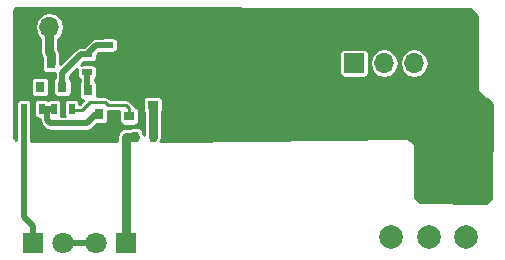
<source format=gbl>
G04 #@! TF.FileFunction,Copper,L2,Bot,Signal*
%FSLAX46Y46*%
G04 Gerber Fmt 4.6, Leading zero omitted, Abs format (unit mm)*
G04 Created by KiCad (PCBNEW 4.0.6) date 2017 October 10, Tuesday 00:19:03*
%MOMM*%
%LPD*%
G01*
G04 APERTURE LIST*
%ADD10C,0.100000*%
%ADD11C,0.685800*%
%ADD12R,0.800000X0.900000*%
%ADD13R,0.900000X0.800000*%
%ADD14R,0.900000X0.500000*%
%ADD15R,0.500000X0.900000*%
%ADD16R,1.700000X1.700000*%
%ADD17O,1.700000X1.700000*%
%ADD18C,1.998980*%
%ADD19R,1.800000X1.800000*%
%ADD20C,1.800000*%
%ADD21C,0.508000*%
%ADD22C,0.762000*%
%ADD23C,0.254000*%
G04 APERTURE END LIST*
D10*
D11*
X105435400Y-75869800D03*
X110642400Y-79121000D03*
X108585000Y-72517000D03*
X133985000Y-76631800D03*
X117246400Y-76479400D03*
X118237000Y-72390000D03*
X123063000Y-76073000D03*
X118364000Y-76454000D03*
X123012200Y-72161400D03*
X133985000Y-77851000D03*
D12*
X103444000Y-77486000D03*
X105344000Y-77486000D03*
X104394000Y-79486000D03*
D13*
X106950000Y-79690000D03*
X106950000Y-77790000D03*
X108950000Y-78740000D03*
D14*
X103378000Y-75934000D03*
X103378000Y-74434000D03*
D15*
X99530600Y-79044800D03*
X98030600Y-79044800D03*
X108954000Y-81407000D03*
X107454000Y-81407000D03*
D12*
X101280000Y-77200000D03*
X99380000Y-77200000D03*
X100330000Y-75200000D03*
D14*
X105156000Y-72148000D03*
X105156000Y-73648000D03*
D15*
X102070600Y-79044800D03*
X100570600Y-79044800D03*
D16*
X102717600Y-72136000D03*
D17*
X100177600Y-72136000D03*
D16*
X125984000Y-75184000D03*
D17*
X128524000Y-75184000D03*
X131064000Y-75184000D03*
D18*
X129133600Y-89865200D03*
X132308600Y-89865200D03*
X135483600Y-89865200D03*
X127889000Y-72263000D03*
X131064000Y-72263000D03*
X134239000Y-72263000D03*
D11*
X133985000Y-79375000D03*
X110693200Y-80746600D03*
X110744000Y-72517000D03*
D19*
X98806000Y-90424000D03*
D20*
X101346000Y-90424000D03*
D19*
X106680000Y-90424000D03*
D20*
X104140000Y-90424000D03*
D21*
X101346000Y-90424000D02*
X104140000Y-90424000D01*
D22*
X100177600Y-72136000D02*
X100177600Y-74269600D01*
X100330000Y-74422000D02*
X100330000Y-75200000D01*
X100177600Y-74269600D02*
X100330000Y-74422000D01*
X107454000Y-81407000D02*
X106680000Y-81407000D01*
X106680000Y-81407000D02*
X106680000Y-90424000D01*
D21*
X98030600Y-79044800D02*
X98030600Y-88175400D01*
X98806000Y-88950800D02*
X98806000Y-90424000D01*
X98030600Y-88175400D02*
X98806000Y-88950800D01*
X103378000Y-75934000D02*
X103378000Y-77420000D01*
X103378000Y-77420000D02*
X103444000Y-77486000D01*
D23*
X103124000Y-78994000D02*
X102946200Y-79171800D01*
X102946200Y-79171800D02*
X102197600Y-79171800D01*
X102197600Y-79171800D02*
X102070600Y-79044800D01*
X106950000Y-79690000D02*
X106950000Y-79010000D01*
X103632000Y-78486000D02*
X103124000Y-78994000D01*
X104902000Y-78486000D02*
X103632000Y-78486000D01*
X105156000Y-78740000D02*
X104902000Y-78486000D01*
X106680000Y-78740000D02*
X105156000Y-78740000D01*
X106950000Y-79010000D02*
X106680000Y-78740000D01*
X103124000Y-78994000D02*
X103112000Y-78994000D01*
D21*
X104394000Y-79486000D02*
X104156000Y-79486000D01*
X104156000Y-79486000D02*
X103352600Y-80289400D01*
X103352600Y-80289400D02*
X100279200Y-80289400D01*
X100279200Y-80289400D02*
X100025200Y-80035400D01*
X100025200Y-80035400D02*
X100025200Y-79044800D01*
X100570600Y-79044800D02*
X100025200Y-79044800D01*
X100025200Y-79044800D02*
X99530600Y-79044800D01*
D22*
X108950000Y-78740000D02*
X108950000Y-81403000D01*
X108950000Y-81403000D02*
X108954000Y-81407000D01*
X106950000Y-77790000D02*
X105648000Y-77790000D01*
X105648000Y-77790000D02*
X105344000Y-77486000D01*
X105156000Y-72148000D02*
X106160000Y-72148000D01*
X106950000Y-76470000D02*
X106950000Y-77790000D01*
X106680000Y-76200000D02*
X106950000Y-76470000D01*
X106680000Y-72668000D02*
X106680000Y-76200000D01*
X106160000Y-72148000D02*
X106680000Y-72668000D01*
X102717600Y-72136000D02*
X105144000Y-72136000D01*
X105144000Y-72136000D02*
X105156000Y-72148000D01*
D23*
X102971600Y-72390000D02*
X102717600Y-72136000D01*
D21*
X103378000Y-74434000D02*
X102858000Y-74434000D01*
X101280000Y-76012000D02*
X101280000Y-77200000D01*
X102858000Y-74434000D02*
X101280000Y-76012000D01*
X105156000Y-73648000D02*
X104164000Y-73648000D01*
X104164000Y-73648000D02*
X103378000Y-74434000D01*
D23*
G36*
X135837221Y-70611827D02*
X136398000Y-71172606D01*
X136398000Y-77470000D01*
X136408006Y-77519410D01*
X136435197Y-77559803D01*
X137070197Y-78194803D01*
X137112211Y-78222666D01*
X137160000Y-78232000D01*
X137234394Y-78232000D01*
X137667669Y-78665275D01*
X137617567Y-86656559D01*
X137190007Y-87019984D01*
X131564568Y-86969980D01*
X131114800Y-86627300D01*
X131114800Y-82042000D01*
X131104794Y-81992590D01*
X131060325Y-81937745D01*
X130476125Y-81531345D01*
X130429850Y-81511342D01*
X130401631Y-81508615D01*
X110743135Y-81813398D01*
X109592464Y-81811194D01*
X109592464Y-81796680D01*
X109657996Y-81698605D01*
X109716000Y-81407000D01*
X109712000Y-81386891D01*
X109712000Y-79358251D01*
X109757859Y-79291134D01*
X109788464Y-79140000D01*
X109788464Y-78340000D01*
X109761897Y-78198810D01*
X109678454Y-78069135D01*
X109551134Y-77982141D01*
X109400000Y-77951536D01*
X108500000Y-77951536D01*
X108358810Y-77978103D01*
X108229135Y-78061546D01*
X108142141Y-78188866D01*
X108111536Y-78340000D01*
X108111536Y-79140000D01*
X108138103Y-79281190D01*
X108188000Y-79358733D01*
X108188000Y-81266235D01*
X108157996Y-81115395D01*
X108092464Y-81017320D01*
X108092464Y-80957000D01*
X108065897Y-80815810D01*
X107982454Y-80686135D01*
X107855134Y-80599141D01*
X107704000Y-80568536D01*
X107204000Y-80568536D01*
X107062810Y-80595103D01*
X106985267Y-80645000D01*
X106680000Y-80645000D01*
X106388395Y-80703004D01*
X106141185Y-80868185D01*
X105976004Y-81115395D01*
X105918000Y-81407000D01*
X105918000Y-81804154D01*
X98665600Y-81790261D01*
X98665600Y-79511906D01*
X98669064Y-79494800D01*
X98669064Y-78594800D01*
X98892136Y-78594800D01*
X98892136Y-79494800D01*
X98918703Y-79635990D01*
X99002146Y-79765665D01*
X99129466Y-79852659D01*
X99280600Y-79883264D01*
X99390200Y-79883264D01*
X99390200Y-80035400D01*
X99438536Y-80278404D01*
X99576187Y-80484413D01*
X99830187Y-80738413D01*
X100036196Y-80876064D01*
X100279200Y-80924400D01*
X103352600Y-80924400D01*
X103595604Y-80876064D01*
X103801613Y-80738413D01*
X104215562Y-80324464D01*
X104794000Y-80324464D01*
X104935190Y-80297897D01*
X105064865Y-80214454D01*
X105151859Y-80087134D01*
X105182464Y-79936000D01*
X105182464Y-79248000D01*
X106120041Y-79248000D01*
X106111536Y-79290000D01*
X106111536Y-80090000D01*
X106138103Y-80231190D01*
X106221546Y-80360865D01*
X106348866Y-80447859D01*
X106500000Y-80478464D01*
X107400000Y-80478464D01*
X107541190Y-80451897D01*
X107670865Y-80368454D01*
X107757859Y-80241134D01*
X107788464Y-80090000D01*
X107788464Y-79290000D01*
X107761897Y-79148810D01*
X107678454Y-79019135D01*
X107551134Y-78932141D01*
X107437954Y-78909222D01*
X107419331Y-78815597D01*
X107309210Y-78650790D01*
X107039210Y-78380790D01*
X106874403Y-78270669D01*
X106680000Y-78232000D01*
X105366420Y-78232000D01*
X105261210Y-78126790D01*
X105096403Y-78016669D01*
X104902000Y-77978000D01*
X104223959Y-77978000D01*
X104232464Y-77936000D01*
X104232464Y-77036000D01*
X104205897Y-76894810D01*
X104122454Y-76765135D01*
X104013000Y-76690348D01*
X104013000Y-76517706D01*
X104098865Y-76462454D01*
X104185859Y-76335134D01*
X104216464Y-76184000D01*
X104216464Y-75684000D01*
X104189897Y-75542810D01*
X104106454Y-75413135D01*
X103979134Y-75326141D01*
X103828000Y-75295536D01*
X102928000Y-75295536D01*
X102886723Y-75303303D01*
X103117562Y-75072464D01*
X103828000Y-75072464D01*
X103969190Y-75045897D01*
X104098865Y-74962454D01*
X104185859Y-74835134D01*
X104216464Y-74684000D01*
X104216464Y-74493562D01*
X104376026Y-74334000D01*
X124745536Y-74334000D01*
X124745536Y-76034000D01*
X124772103Y-76175190D01*
X124855546Y-76304865D01*
X124982866Y-76391859D01*
X125134000Y-76422464D01*
X126834000Y-76422464D01*
X126975190Y-76395897D01*
X127104865Y-76312454D01*
X127191859Y-76185134D01*
X127222464Y-76034000D01*
X127222464Y-75159883D01*
X127293000Y-75159883D01*
X127293000Y-75208117D01*
X127386704Y-75679200D01*
X127653552Y-76078565D01*
X128052917Y-76345413D01*
X128524000Y-76439117D01*
X128995083Y-76345413D01*
X129394448Y-76078565D01*
X129661296Y-75679200D01*
X129755000Y-75208117D01*
X129755000Y-75159883D01*
X129833000Y-75159883D01*
X129833000Y-75208117D01*
X129926704Y-75679200D01*
X130193552Y-76078565D01*
X130592917Y-76345413D01*
X131064000Y-76439117D01*
X131535083Y-76345413D01*
X131934448Y-76078565D01*
X132201296Y-75679200D01*
X132295000Y-75208117D01*
X132295000Y-75159883D01*
X132201296Y-74688800D01*
X131934448Y-74289435D01*
X131535083Y-74022587D01*
X131064000Y-73928883D01*
X130592917Y-74022587D01*
X130193552Y-74289435D01*
X129926704Y-74688800D01*
X129833000Y-75159883D01*
X129755000Y-75159883D01*
X129661296Y-74688800D01*
X129394448Y-74289435D01*
X128995083Y-74022587D01*
X128524000Y-73928883D01*
X128052917Y-74022587D01*
X127653552Y-74289435D01*
X127386704Y-74688800D01*
X127293000Y-75159883D01*
X127222464Y-75159883D01*
X127222464Y-74334000D01*
X127195897Y-74192810D01*
X127112454Y-74063135D01*
X126985134Y-73976141D01*
X126834000Y-73945536D01*
X125134000Y-73945536D01*
X124992810Y-73972103D01*
X124863135Y-74055546D01*
X124776141Y-74182866D01*
X124745536Y-74334000D01*
X104376026Y-74334000D01*
X104427026Y-74283000D01*
X104688894Y-74283000D01*
X104706000Y-74286464D01*
X105606000Y-74286464D01*
X105747190Y-74259897D01*
X105876865Y-74176454D01*
X105963859Y-74049134D01*
X105994464Y-73898000D01*
X105994464Y-73398000D01*
X105967897Y-73256810D01*
X105884454Y-73127135D01*
X105757134Y-73040141D01*
X105606000Y-73009536D01*
X104706000Y-73009536D01*
X104687591Y-73013000D01*
X104164000Y-73013000D01*
X103920996Y-73061336D01*
X103714987Y-73198987D01*
X103118438Y-73795536D01*
X102928000Y-73795536D01*
X102909591Y-73799000D01*
X102858000Y-73799000D01*
X102614996Y-73847336D01*
X102408987Y-73984987D01*
X101118464Y-75275510D01*
X101118464Y-74750000D01*
X101092000Y-74609357D01*
X101092000Y-74422000D01*
X101033996Y-74130395D01*
X100939600Y-73989122D01*
X100939600Y-73103028D01*
X101048048Y-73030565D01*
X101314896Y-72631200D01*
X101408600Y-72160117D01*
X101408600Y-72111883D01*
X101314896Y-71640800D01*
X101048048Y-71241435D01*
X100648683Y-70974587D01*
X100177600Y-70880883D01*
X99706517Y-70974587D01*
X99307152Y-71241435D01*
X99040304Y-71640800D01*
X98946600Y-72111883D01*
X98946600Y-72160117D01*
X99040304Y-72631200D01*
X99307152Y-73030565D01*
X99415600Y-73103028D01*
X99415600Y-74269600D01*
X99473604Y-74561205D01*
X99555076Y-74683136D01*
X99541536Y-74750000D01*
X99541536Y-75650000D01*
X99568103Y-75791190D01*
X99651546Y-75920865D01*
X99778866Y-76007859D01*
X99930000Y-76038464D01*
X100645000Y-76038464D01*
X100645000Y-76448468D01*
X100609135Y-76471546D01*
X100522141Y-76598866D01*
X100491536Y-76750000D01*
X100491536Y-77650000D01*
X100518103Y-77791190D01*
X100601546Y-77920865D01*
X100728866Y-78007859D01*
X100880000Y-78038464D01*
X101680000Y-78038464D01*
X101821190Y-78011897D01*
X101950865Y-77928454D01*
X102037859Y-77801134D01*
X102068464Y-77650000D01*
X102068464Y-76750000D01*
X102041897Y-76608810D01*
X101958454Y-76479135D01*
X101915000Y-76449444D01*
X101915000Y-76275026D01*
X102548045Y-75641981D01*
X102539536Y-75684000D01*
X102539536Y-76184000D01*
X102566103Y-76325190D01*
X102649546Y-76454865D01*
X102743000Y-76518719D01*
X102743000Y-76801650D01*
X102686141Y-76884866D01*
X102655536Y-77036000D01*
X102655536Y-77936000D01*
X102682103Y-78077190D01*
X102765546Y-78206865D01*
X102892866Y-78293859D01*
X103044000Y-78324464D01*
X103075115Y-78324464D01*
X102788954Y-78610626D01*
X102752790Y-78634790D01*
X102733406Y-78663800D01*
X102709064Y-78663800D01*
X102709064Y-78594800D01*
X102682497Y-78453610D01*
X102599054Y-78323935D01*
X102471734Y-78236941D01*
X102320600Y-78206336D01*
X101820600Y-78206336D01*
X101679410Y-78232903D01*
X101549735Y-78316346D01*
X101462741Y-78443666D01*
X101432136Y-78594800D01*
X101432136Y-79494800D01*
X101458703Y-79635990D01*
X101470549Y-79654400D01*
X101172674Y-79654400D01*
X101178459Y-79645934D01*
X101209064Y-79494800D01*
X101209064Y-78594800D01*
X101182497Y-78453610D01*
X101099054Y-78323935D01*
X100971734Y-78236941D01*
X100820600Y-78206336D01*
X100320600Y-78206336D01*
X100179410Y-78232903D01*
X100049735Y-78316346D01*
X100049166Y-78317179D01*
X99931734Y-78236941D01*
X99780600Y-78206336D01*
X99280600Y-78206336D01*
X99139410Y-78232903D01*
X99009735Y-78316346D01*
X98922741Y-78443666D01*
X98892136Y-78594800D01*
X98669064Y-78594800D01*
X98642497Y-78453610D01*
X98559054Y-78323935D01*
X98431734Y-78236941D01*
X98280600Y-78206336D01*
X97780600Y-78206336D01*
X97639410Y-78232903D01*
X97509735Y-78316346D01*
X97422741Y-78443666D01*
X97392136Y-78594800D01*
X97392136Y-79494800D01*
X97395600Y-79513209D01*
X97395600Y-81656268D01*
X97180273Y-81453607D01*
X97169309Y-76750000D01*
X98591536Y-76750000D01*
X98591536Y-77650000D01*
X98618103Y-77791190D01*
X98701546Y-77920865D01*
X98828866Y-78007859D01*
X98980000Y-78038464D01*
X99780000Y-78038464D01*
X99921190Y-78011897D01*
X100050865Y-77928454D01*
X100137859Y-77801134D01*
X100168464Y-77650000D01*
X100168464Y-76750000D01*
X100141897Y-76608810D01*
X100058454Y-76479135D01*
X99931134Y-76392141D01*
X99780000Y-76361536D01*
X98980000Y-76361536D01*
X98838810Y-76388103D01*
X98709135Y-76471546D01*
X98622141Y-76598866D01*
X98591536Y-76750000D01*
X97169309Y-76750000D01*
X97155123Y-70664483D01*
X97334433Y-70485173D01*
X135837221Y-70611827D01*
X135837221Y-70611827D01*
G37*
X135837221Y-70611827D02*
X136398000Y-71172606D01*
X136398000Y-77470000D01*
X136408006Y-77519410D01*
X136435197Y-77559803D01*
X137070197Y-78194803D01*
X137112211Y-78222666D01*
X137160000Y-78232000D01*
X137234394Y-78232000D01*
X137667669Y-78665275D01*
X137617567Y-86656559D01*
X137190007Y-87019984D01*
X131564568Y-86969980D01*
X131114800Y-86627300D01*
X131114800Y-82042000D01*
X131104794Y-81992590D01*
X131060325Y-81937745D01*
X130476125Y-81531345D01*
X130429850Y-81511342D01*
X130401631Y-81508615D01*
X110743135Y-81813398D01*
X109592464Y-81811194D01*
X109592464Y-81796680D01*
X109657996Y-81698605D01*
X109716000Y-81407000D01*
X109712000Y-81386891D01*
X109712000Y-79358251D01*
X109757859Y-79291134D01*
X109788464Y-79140000D01*
X109788464Y-78340000D01*
X109761897Y-78198810D01*
X109678454Y-78069135D01*
X109551134Y-77982141D01*
X109400000Y-77951536D01*
X108500000Y-77951536D01*
X108358810Y-77978103D01*
X108229135Y-78061546D01*
X108142141Y-78188866D01*
X108111536Y-78340000D01*
X108111536Y-79140000D01*
X108138103Y-79281190D01*
X108188000Y-79358733D01*
X108188000Y-81266235D01*
X108157996Y-81115395D01*
X108092464Y-81017320D01*
X108092464Y-80957000D01*
X108065897Y-80815810D01*
X107982454Y-80686135D01*
X107855134Y-80599141D01*
X107704000Y-80568536D01*
X107204000Y-80568536D01*
X107062810Y-80595103D01*
X106985267Y-80645000D01*
X106680000Y-80645000D01*
X106388395Y-80703004D01*
X106141185Y-80868185D01*
X105976004Y-81115395D01*
X105918000Y-81407000D01*
X105918000Y-81804154D01*
X98665600Y-81790261D01*
X98665600Y-79511906D01*
X98669064Y-79494800D01*
X98669064Y-78594800D01*
X98892136Y-78594800D01*
X98892136Y-79494800D01*
X98918703Y-79635990D01*
X99002146Y-79765665D01*
X99129466Y-79852659D01*
X99280600Y-79883264D01*
X99390200Y-79883264D01*
X99390200Y-80035400D01*
X99438536Y-80278404D01*
X99576187Y-80484413D01*
X99830187Y-80738413D01*
X100036196Y-80876064D01*
X100279200Y-80924400D01*
X103352600Y-80924400D01*
X103595604Y-80876064D01*
X103801613Y-80738413D01*
X104215562Y-80324464D01*
X104794000Y-80324464D01*
X104935190Y-80297897D01*
X105064865Y-80214454D01*
X105151859Y-80087134D01*
X105182464Y-79936000D01*
X105182464Y-79248000D01*
X106120041Y-79248000D01*
X106111536Y-79290000D01*
X106111536Y-80090000D01*
X106138103Y-80231190D01*
X106221546Y-80360865D01*
X106348866Y-80447859D01*
X106500000Y-80478464D01*
X107400000Y-80478464D01*
X107541190Y-80451897D01*
X107670865Y-80368454D01*
X107757859Y-80241134D01*
X107788464Y-80090000D01*
X107788464Y-79290000D01*
X107761897Y-79148810D01*
X107678454Y-79019135D01*
X107551134Y-78932141D01*
X107437954Y-78909222D01*
X107419331Y-78815597D01*
X107309210Y-78650790D01*
X107039210Y-78380790D01*
X106874403Y-78270669D01*
X106680000Y-78232000D01*
X105366420Y-78232000D01*
X105261210Y-78126790D01*
X105096403Y-78016669D01*
X104902000Y-77978000D01*
X104223959Y-77978000D01*
X104232464Y-77936000D01*
X104232464Y-77036000D01*
X104205897Y-76894810D01*
X104122454Y-76765135D01*
X104013000Y-76690348D01*
X104013000Y-76517706D01*
X104098865Y-76462454D01*
X104185859Y-76335134D01*
X104216464Y-76184000D01*
X104216464Y-75684000D01*
X104189897Y-75542810D01*
X104106454Y-75413135D01*
X103979134Y-75326141D01*
X103828000Y-75295536D01*
X102928000Y-75295536D01*
X102886723Y-75303303D01*
X103117562Y-75072464D01*
X103828000Y-75072464D01*
X103969190Y-75045897D01*
X104098865Y-74962454D01*
X104185859Y-74835134D01*
X104216464Y-74684000D01*
X104216464Y-74493562D01*
X104376026Y-74334000D01*
X124745536Y-74334000D01*
X124745536Y-76034000D01*
X124772103Y-76175190D01*
X124855546Y-76304865D01*
X124982866Y-76391859D01*
X125134000Y-76422464D01*
X126834000Y-76422464D01*
X126975190Y-76395897D01*
X127104865Y-76312454D01*
X127191859Y-76185134D01*
X127222464Y-76034000D01*
X127222464Y-75159883D01*
X127293000Y-75159883D01*
X127293000Y-75208117D01*
X127386704Y-75679200D01*
X127653552Y-76078565D01*
X128052917Y-76345413D01*
X128524000Y-76439117D01*
X128995083Y-76345413D01*
X129394448Y-76078565D01*
X129661296Y-75679200D01*
X129755000Y-75208117D01*
X129755000Y-75159883D01*
X129833000Y-75159883D01*
X129833000Y-75208117D01*
X129926704Y-75679200D01*
X130193552Y-76078565D01*
X130592917Y-76345413D01*
X131064000Y-76439117D01*
X131535083Y-76345413D01*
X131934448Y-76078565D01*
X132201296Y-75679200D01*
X132295000Y-75208117D01*
X132295000Y-75159883D01*
X132201296Y-74688800D01*
X131934448Y-74289435D01*
X131535083Y-74022587D01*
X131064000Y-73928883D01*
X130592917Y-74022587D01*
X130193552Y-74289435D01*
X129926704Y-74688800D01*
X129833000Y-75159883D01*
X129755000Y-75159883D01*
X129661296Y-74688800D01*
X129394448Y-74289435D01*
X128995083Y-74022587D01*
X128524000Y-73928883D01*
X128052917Y-74022587D01*
X127653552Y-74289435D01*
X127386704Y-74688800D01*
X127293000Y-75159883D01*
X127222464Y-75159883D01*
X127222464Y-74334000D01*
X127195897Y-74192810D01*
X127112454Y-74063135D01*
X126985134Y-73976141D01*
X126834000Y-73945536D01*
X125134000Y-73945536D01*
X124992810Y-73972103D01*
X124863135Y-74055546D01*
X124776141Y-74182866D01*
X124745536Y-74334000D01*
X104376026Y-74334000D01*
X104427026Y-74283000D01*
X104688894Y-74283000D01*
X104706000Y-74286464D01*
X105606000Y-74286464D01*
X105747190Y-74259897D01*
X105876865Y-74176454D01*
X105963859Y-74049134D01*
X105994464Y-73898000D01*
X105994464Y-73398000D01*
X105967897Y-73256810D01*
X105884454Y-73127135D01*
X105757134Y-73040141D01*
X105606000Y-73009536D01*
X104706000Y-73009536D01*
X104687591Y-73013000D01*
X104164000Y-73013000D01*
X103920996Y-73061336D01*
X103714987Y-73198987D01*
X103118438Y-73795536D01*
X102928000Y-73795536D01*
X102909591Y-73799000D01*
X102858000Y-73799000D01*
X102614996Y-73847336D01*
X102408987Y-73984987D01*
X101118464Y-75275510D01*
X101118464Y-74750000D01*
X101092000Y-74609357D01*
X101092000Y-74422000D01*
X101033996Y-74130395D01*
X100939600Y-73989122D01*
X100939600Y-73103028D01*
X101048048Y-73030565D01*
X101314896Y-72631200D01*
X101408600Y-72160117D01*
X101408600Y-72111883D01*
X101314896Y-71640800D01*
X101048048Y-71241435D01*
X100648683Y-70974587D01*
X100177600Y-70880883D01*
X99706517Y-70974587D01*
X99307152Y-71241435D01*
X99040304Y-71640800D01*
X98946600Y-72111883D01*
X98946600Y-72160117D01*
X99040304Y-72631200D01*
X99307152Y-73030565D01*
X99415600Y-73103028D01*
X99415600Y-74269600D01*
X99473604Y-74561205D01*
X99555076Y-74683136D01*
X99541536Y-74750000D01*
X99541536Y-75650000D01*
X99568103Y-75791190D01*
X99651546Y-75920865D01*
X99778866Y-76007859D01*
X99930000Y-76038464D01*
X100645000Y-76038464D01*
X100645000Y-76448468D01*
X100609135Y-76471546D01*
X100522141Y-76598866D01*
X100491536Y-76750000D01*
X100491536Y-77650000D01*
X100518103Y-77791190D01*
X100601546Y-77920865D01*
X100728866Y-78007859D01*
X100880000Y-78038464D01*
X101680000Y-78038464D01*
X101821190Y-78011897D01*
X101950865Y-77928454D01*
X102037859Y-77801134D01*
X102068464Y-77650000D01*
X102068464Y-76750000D01*
X102041897Y-76608810D01*
X101958454Y-76479135D01*
X101915000Y-76449444D01*
X101915000Y-76275026D01*
X102548045Y-75641981D01*
X102539536Y-75684000D01*
X102539536Y-76184000D01*
X102566103Y-76325190D01*
X102649546Y-76454865D01*
X102743000Y-76518719D01*
X102743000Y-76801650D01*
X102686141Y-76884866D01*
X102655536Y-77036000D01*
X102655536Y-77936000D01*
X102682103Y-78077190D01*
X102765546Y-78206865D01*
X102892866Y-78293859D01*
X103044000Y-78324464D01*
X103075115Y-78324464D01*
X102788954Y-78610626D01*
X102752790Y-78634790D01*
X102733406Y-78663800D01*
X102709064Y-78663800D01*
X102709064Y-78594800D01*
X102682497Y-78453610D01*
X102599054Y-78323935D01*
X102471734Y-78236941D01*
X102320600Y-78206336D01*
X101820600Y-78206336D01*
X101679410Y-78232903D01*
X101549735Y-78316346D01*
X101462741Y-78443666D01*
X101432136Y-78594800D01*
X101432136Y-79494800D01*
X101458703Y-79635990D01*
X101470549Y-79654400D01*
X101172674Y-79654400D01*
X101178459Y-79645934D01*
X101209064Y-79494800D01*
X101209064Y-78594800D01*
X101182497Y-78453610D01*
X101099054Y-78323935D01*
X100971734Y-78236941D01*
X100820600Y-78206336D01*
X100320600Y-78206336D01*
X100179410Y-78232903D01*
X100049735Y-78316346D01*
X100049166Y-78317179D01*
X99931734Y-78236941D01*
X99780600Y-78206336D01*
X99280600Y-78206336D01*
X99139410Y-78232903D01*
X99009735Y-78316346D01*
X98922741Y-78443666D01*
X98892136Y-78594800D01*
X98669064Y-78594800D01*
X98642497Y-78453610D01*
X98559054Y-78323935D01*
X98431734Y-78236941D01*
X98280600Y-78206336D01*
X97780600Y-78206336D01*
X97639410Y-78232903D01*
X97509735Y-78316346D01*
X97422741Y-78443666D01*
X97392136Y-78594800D01*
X97392136Y-79494800D01*
X97395600Y-79513209D01*
X97395600Y-81656268D01*
X97180273Y-81453607D01*
X97169309Y-76750000D01*
X98591536Y-76750000D01*
X98591536Y-77650000D01*
X98618103Y-77791190D01*
X98701546Y-77920865D01*
X98828866Y-78007859D01*
X98980000Y-78038464D01*
X99780000Y-78038464D01*
X99921190Y-78011897D01*
X100050865Y-77928454D01*
X100137859Y-77801134D01*
X100168464Y-77650000D01*
X100168464Y-76750000D01*
X100141897Y-76608810D01*
X100058454Y-76479135D01*
X99931134Y-76392141D01*
X99780000Y-76361536D01*
X98980000Y-76361536D01*
X98838810Y-76388103D01*
X98709135Y-76471546D01*
X98622141Y-76598866D01*
X98591536Y-76750000D01*
X97169309Y-76750000D01*
X97155123Y-70664483D01*
X97334433Y-70485173D01*
X135837221Y-70611827D01*
M02*

</source>
